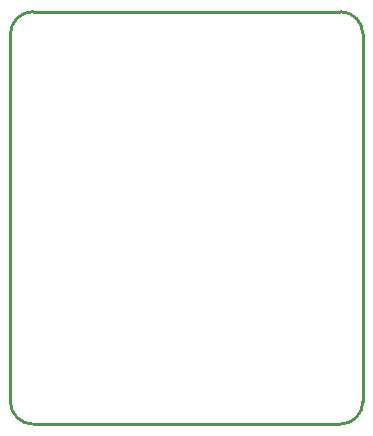
<source format=gm1>
G04*
G04 #@! TF.GenerationSoftware,Altium Limited,Altium Designer,22.0.2 (36)*
G04*
G04 Layer_Color=16711935*
%FSLAX25Y25*%
%MOIN*%
G70*
G04*
G04 #@! TF.SameCoordinates,A215419E-4A62-46BB-99F1-A3B40DBBD233*
G04*
G04*
G04 #@! TF.FilePolarity,Positive*
G04*
G01*
G75*
%ADD10C,0.01000*%
D10*
X117500Y130000D02*
G03*
X110000Y137500I-7500J0D01*
G01*
X7500D02*
G03*
X0Y130000I0J-7500D01*
G01*
X110000Y0D02*
G03*
X117500Y7500I0J7500D01*
G01*
X0D02*
G03*
X7500Y0I7500J0D01*
G01*
X117500Y7500D02*
Y130000D01*
X7500Y137500D02*
X110000Y137500D01*
X0Y7500D02*
Y130000D01*
X7500Y-0D02*
X110000Y0D01*
M02*

</source>
